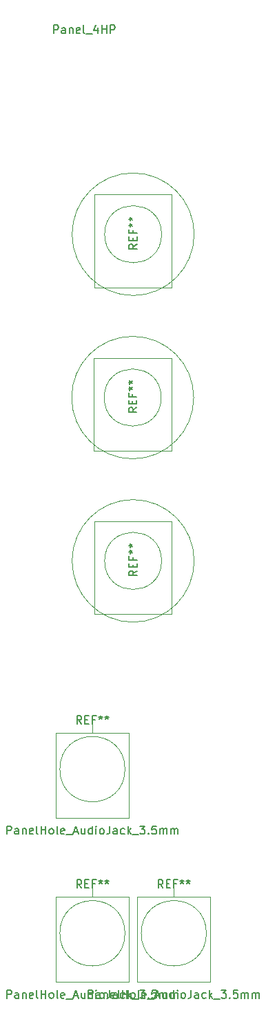
<source format=gbr>
%TF.GenerationSoftware,KiCad,Pcbnew,6.0.11+dfsg-1~bpo11+1*%
%TF.CreationDate,2023-04-14T10:24:36+08:00*%
%TF.ProjectId,MiniVerb - Front,4d696e69-5665-4726-9220-2d2046726f6e,rev?*%
%TF.SameCoordinates,Original*%
%TF.FileFunction,AssemblyDrawing,Top*%
%FSLAX46Y46*%
G04 Gerber Fmt 4.6, Leading zero omitted, Abs format (unit mm)*
G04 Created by KiCad (PCBNEW 6.0.11+dfsg-1~bpo11+1) date 2023-04-14 10:24:36*
%MOMM*%
%LPD*%
G01*
G04 APERTURE LIST*
%ADD10C,0.150000*%
%ADD11C,0.100000*%
%ADD12C,0.120000*%
G04 APERTURE END LIST*
D10*
%TO.C,REF\u002A\u002A*%
X132410971Y-36498313D02*
X132410971Y-35498313D01*
X132791924Y-35498313D01*
X132887162Y-35545933D01*
X132934781Y-35593552D01*
X132982400Y-35688790D01*
X132982400Y-35831647D01*
X132934781Y-35926885D01*
X132887162Y-35974504D01*
X132791924Y-36022123D01*
X132410971Y-36022123D01*
X133839543Y-36498313D02*
X133839543Y-35974504D01*
X133791924Y-35879266D01*
X133696686Y-35831647D01*
X133506209Y-35831647D01*
X133410971Y-35879266D01*
X133839543Y-36450694D02*
X133744305Y-36498313D01*
X133506209Y-36498313D01*
X133410971Y-36450694D01*
X133363352Y-36355456D01*
X133363352Y-36260218D01*
X133410971Y-36164980D01*
X133506209Y-36117361D01*
X133744305Y-36117361D01*
X133839543Y-36069742D01*
X134315733Y-35831647D02*
X134315733Y-36498313D01*
X134315733Y-35926885D02*
X134363352Y-35879266D01*
X134458590Y-35831647D01*
X134601447Y-35831647D01*
X134696686Y-35879266D01*
X134744305Y-35974504D01*
X134744305Y-36498313D01*
X135601447Y-36450694D02*
X135506209Y-36498313D01*
X135315733Y-36498313D01*
X135220495Y-36450694D01*
X135172876Y-36355456D01*
X135172876Y-35974504D01*
X135220495Y-35879266D01*
X135315733Y-35831647D01*
X135506209Y-35831647D01*
X135601447Y-35879266D01*
X135649067Y-35974504D01*
X135649067Y-36069742D01*
X135172876Y-36164980D01*
X136220495Y-36498313D02*
X136125257Y-36450694D01*
X136077638Y-36355456D01*
X136077638Y-35498313D01*
X136363352Y-36593552D02*
X137125257Y-36593552D01*
X137791924Y-35831647D02*
X137791924Y-36498313D01*
X137553828Y-35450694D02*
X137315733Y-36164980D01*
X137934781Y-36164980D01*
X138315733Y-36498313D02*
X138315733Y-35498313D01*
X138315733Y-35974504D02*
X138887162Y-35974504D01*
X138887162Y-36498313D02*
X138887162Y-35498313D01*
X139363352Y-36498313D02*
X139363352Y-35498313D01*
X139744305Y-35498313D01*
X139839543Y-35545933D01*
X139887162Y-35593552D01*
X139934781Y-35688790D01*
X139934781Y-35831647D01*
X139887162Y-35926885D01*
X139839543Y-35974504D01*
X139744305Y-36022123D01*
X139363352Y-36022123D01*
X135815733Y-121048313D02*
X135482400Y-120572123D01*
X135244305Y-121048313D02*
X135244305Y-120048313D01*
X135625257Y-120048313D01*
X135720495Y-120095933D01*
X135768114Y-120143552D01*
X135815733Y-120238790D01*
X135815733Y-120381647D01*
X135768114Y-120476885D01*
X135720495Y-120524504D01*
X135625257Y-120572123D01*
X135244305Y-120572123D01*
X136244305Y-120524504D02*
X136577638Y-120524504D01*
X136720495Y-121048313D02*
X136244305Y-121048313D01*
X136244305Y-120048313D01*
X136720495Y-120048313D01*
X137482400Y-120524504D02*
X137149067Y-120524504D01*
X137149067Y-121048313D02*
X137149067Y-120048313D01*
X137625257Y-120048313D01*
X138149067Y-120048313D02*
X138149067Y-120286409D01*
X137910971Y-120191171D02*
X138149067Y-120286409D01*
X138387162Y-120191171D01*
X138006209Y-120476885D02*
X138149067Y-120286409D01*
X138291924Y-120476885D01*
X138910971Y-120048313D02*
X138910971Y-120286409D01*
X138672876Y-120191171D02*
X138910971Y-120286409D01*
X139149067Y-120191171D01*
X138768114Y-120476885D02*
X138910971Y-120286409D01*
X139053828Y-120476885D01*
X126649067Y-134548313D02*
X126649067Y-133548313D01*
X127030019Y-133548313D01*
X127125257Y-133595933D01*
X127172876Y-133643552D01*
X127220495Y-133738790D01*
X127220495Y-133881647D01*
X127172876Y-133976885D01*
X127125257Y-134024504D01*
X127030019Y-134072123D01*
X126649067Y-134072123D01*
X128077638Y-134548313D02*
X128077638Y-134024504D01*
X128030019Y-133929266D01*
X127934781Y-133881647D01*
X127744305Y-133881647D01*
X127649067Y-133929266D01*
X128077638Y-134500694D02*
X127982400Y-134548313D01*
X127744305Y-134548313D01*
X127649067Y-134500694D01*
X127601447Y-134405456D01*
X127601447Y-134310218D01*
X127649067Y-134214980D01*
X127744305Y-134167361D01*
X127982400Y-134167361D01*
X128077638Y-134119742D01*
X128553828Y-133881647D02*
X128553828Y-134548313D01*
X128553828Y-133976885D02*
X128601447Y-133929266D01*
X128696686Y-133881647D01*
X128839543Y-133881647D01*
X128934781Y-133929266D01*
X128982400Y-134024504D01*
X128982400Y-134548313D01*
X129839543Y-134500694D02*
X129744305Y-134548313D01*
X129553828Y-134548313D01*
X129458590Y-134500694D01*
X129410971Y-134405456D01*
X129410971Y-134024504D01*
X129458590Y-133929266D01*
X129553828Y-133881647D01*
X129744305Y-133881647D01*
X129839543Y-133929266D01*
X129887162Y-134024504D01*
X129887162Y-134119742D01*
X129410971Y-134214980D01*
X130458590Y-134548313D02*
X130363352Y-134500694D01*
X130315733Y-134405456D01*
X130315733Y-133548313D01*
X130839543Y-134548313D02*
X130839543Y-133548313D01*
X130839543Y-134024504D02*
X131410971Y-134024504D01*
X131410971Y-134548313D02*
X131410971Y-133548313D01*
X132030019Y-134548313D02*
X131934781Y-134500694D01*
X131887162Y-134453075D01*
X131839543Y-134357837D01*
X131839543Y-134072123D01*
X131887162Y-133976885D01*
X131934781Y-133929266D01*
X132030019Y-133881647D01*
X132172876Y-133881647D01*
X132268114Y-133929266D01*
X132315733Y-133976885D01*
X132363352Y-134072123D01*
X132363352Y-134357837D01*
X132315733Y-134453075D01*
X132268114Y-134500694D01*
X132172876Y-134548313D01*
X132030019Y-134548313D01*
X132934781Y-134548313D02*
X132839543Y-134500694D01*
X132791924Y-134405456D01*
X132791924Y-133548313D01*
X133696686Y-134500694D02*
X133601447Y-134548313D01*
X133410971Y-134548313D01*
X133315733Y-134500694D01*
X133268114Y-134405456D01*
X133268114Y-134024504D01*
X133315733Y-133929266D01*
X133410971Y-133881647D01*
X133601447Y-133881647D01*
X133696686Y-133929266D01*
X133744305Y-134024504D01*
X133744305Y-134119742D01*
X133268114Y-134214980D01*
X133934781Y-134643552D02*
X134696686Y-134643552D01*
X134887162Y-134262599D02*
X135363352Y-134262599D01*
X134791924Y-134548313D02*
X135125257Y-133548313D01*
X135458590Y-134548313D01*
X136220495Y-133881647D02*
X136220495Y-134548313D01*
X135791924Y-133881647D02*
X135791924Y-134405456D01*
X135839543Y-134500694D01*
X135934781Y-134548313D01*
X136077638Y-134548313D01*
X136172876Y-134500694D01*
X136220495Y-134453075D01*
X137125257Y-134548313D02*
X137125257Y-133548313D01*
X137125257Y-134500694D02*
X137030019Y-134548313D01*
X136839543Y-134548313D01*
X136744305Y-134500694D01*
X136696686Y-134453075D01*
X136649067Y-134357837D01*
X136649067Y-134072123D01*
X136696686Y-133976885D01*
X136744305Y-133929266D01*
X136839543Y-133881647D01*
X137030019Y-133881647D01*
X137125257Y-133929266D01*
X137601447Y-134548313D02*
X137601447Y-133881647D01*
X137601447Y-133548313D02*
X137553828Y-133595933D01*
X137601447Y-133643552D01*
X137649067Y-133595933D01*
X137601447Y-133548313D01*
X137601447Y-133643552D01*
X138220495Y-134548313D02*
X138125257Y-134500694D01*
X138077638Y-134453075D01*
X138030019Y-134357837D01*
X138030019Y-134072123D01*
X138077638Y-133976885D01*
X138125257Y-133929266D01*
X138220495Y-133881647D01*
X138363352Y-133881647D01*
X138458590Y-133929266D01*
X138506209Y-133976885D01*
X138553828Y-134072123D01*
X138553828Y-134357837D01*
X138506209Y-134453075D01*
X138458590Y-134500694D01*
X138363352Y-134548313D01*
X138220495Y-134548313D01*
X139268114Y-133548313D02*
X139268114Y-134262599D01*
X139220495Y-134405456D01*
X139125257Y-134500694D01*
X138982400Y-134548313D01*
X138887162Y-134548313D01*
X140172876Y-134548313D02*
X140172876Y-134024504D01*
X140125257Y-133929266D01*
X140030019Y-133881647D01*
X139839543Y-133881647D01*
X139744305Y-133929266D01*
X140172876Y-134500694D02*
X140077638Y-134548313D01*
X139839543Y-134548313D01*
X139744305Y-134500694D01*
X139696686Y-134405456D01*
X139696686Y-134310218D01*
X139744305Y-134214980D01*
X139839543Y-134167361D01*
X140077638Y-134167361D01*
X140172876Y-134119742D01*
X141077638Y-134500694D02*
X140982400Y-134548313D01*
X140791924Y-134548313D01*
X140696686Y-134500694D01*
X140649067Y-134453075D01*
X140601447Y-134357837D01*
X140601447Y-134072123D01*
X140649067Y-133976885D01*
X140696686Y-133929266D01*
X140791924Y-133881647D01*
X140982400Y-133881647D01*
X141077638Y-133929266D01*
X141506209Y-134548313D02*
X141506209Y-133548313D01*
X141601447Y-134167361D02*
X141887162Y-134548313D01*
X141887162Y-133881647D02*
X141506209Y-134262599D01*
X142077638Y-134643552D02*
X142839543Y-134643552D01*
X142982400Y-133548313D02*
X143601447Y-133548313D01*
X143268114Y-133929266D01*
X143410971Y-133929266D01*
X143506209Y-133976885D01*
X143553828Y-134024504D01*
X143601447Y-134119742D01*
X143601447Y-134357837D01*
X143553828Y-134453075D01*
X143506209Y-134500694D01*
X143410971Y-134548313D01*
X143125257Y-134548313D01*
X143030019Y-134500694D01*
X142982400Y-134453075D01*
X144030019Y-134453075D02*
X144077638Y-134500694D01*
X144030019Y-134548313D01*
X143982400Y-134500694D01*
X144030019Y-134453075D01*
X144030019Y-134548313D01*
X144982400Y-133548313D02*
X144506209Y-133548313D01*
X144458590Y-134024504D01*
X144506209Y-133976885D01*
X144601447Y-133929266D01*
X144839543Y-133929266D01*
X144934781Y-133976885D01*
X144982400Y-134024504D01*
X145030019Y-134119742D01*
X145030019Y-134357837D01*
X144982400Y-134453075D01*
X144934781Y-134500694D01*
X144839543Y-134548313D01*
X144601447Y-134548313D01*
X144506209Y-134500694D01*
X144458590Y-134453075D01*
X145458590Y-134548313D02*
X145458590Y-133881647D01*
X145458590Y-133976885D02*
X145506209Y-133929266D01*
X145601447Y-133881647D01*
X145744305Y-133881647D01*
X145839543Y-133929266D01*
X145887162Y-134024504D01*
X145887162Y-134548313D01*
X145887162Y-134024504D02*
X145934781Y-133929266D01*
X146030019Y-133881647D01*
X146172876Y-133881647D01*
X146268114Y-133929266D01*
X146315733Y-134024504D01*
X146315733Y-134548313D01*
X146791924Y-134548313D02*
X146791924Y-133881647D01*
X146791924Y-133976885D02*
X146839543Y-133929266D01*
X146934781Y-133881647D01*
X147077638Y-133881647D01*
X147172876Y-133929266D01*
X147220495Y-134024504D01*
X147220495Y-134548313D01*
X147220495Y-134024504D02*
X147268114Y-133929266D01*
X147363352Y-133881647D01*
X147506209Y-133881647D01*
X147601447Y-133929266D01*
X147649067Y-134024504D01*
X147649067Y-134548313D01*
X142641447Y-62309266D02*
X142165257Y-62642599D01*
X142641447Y-62880694D02*
X141641447Y-62880694D01*
X141641447Y-62499742D01*
X141689067Y-62404504D01*
X141736686Y-62356885D01*
X141831924Y-62309266D01*
X141974781Y-62309266D01*
X142070019Y-62356885D01*
X142117638Y-62404504D01*
X142165257Y-62499742D01*
X142165257Y-62880694D01*
X142117638Y-61880694D02*
X142117638Y-61547361D01*
X142641447Y-61404504D02*
X142641447Y-61880694D01*
X141641447Y-61880694D01*
X141641447Y-61404504D01*
X142117638Y-60642599D02*
X142117638Y-60975933D01*
X142641447Y-60975933D02*
X141641447Y-60975933D01*
X141641447Y-60499742D01*
X141641447Y-59975933D02*
X141879543Y-59975933D01*
X141784305Y-60214028D02*
X141879543Y-59975933D01*
X141784305Y-59737837D01*
X142070019Y-60118790D02*
X141879543Y-59975933D01*
X142070019Y-59833075D01*
X141641447Y-59214028D02*
X141879543Y-59214028D01*
X141784305Y-59452123D02*
X141879543Y-59214028D01*
X141784305Y-58975933D01*
X142070019Y-59356885D02*
X141879543Y-59214028D01*
X142070019Y-59071171D01*
X142641447Y-102309266D02*
X142165257Y-102642599D01*
X142641447Y-102880694D02*
X141641447Y-102880694D01*
X141641447Y-102499742D01*
X141689067Y-102404504D01*
X141736686Y-102356885D01*
X141831924Y-102309266D01*
X141974781Y-102309266D01*
X142070019Y-102356885D01*
X142117638Y-102404504D01*
X142165257Y-102499742D01*
X142165257Y-102880694D01*
X142117638Y-101880694D02*
X142117638Y-101547361D01*
X142641447Y-101404504D02*
X142641447Y-101880694D01*
X141641447Y-101880694D01*
X141641447Y-101404504D01*
X142117638Y-100642599D02*
X142117638Y-100975933D01*
X142641447Y-100975933D02*
X141641447Y-100975933D01*
X141641447Y-100499742D01*
X141641447Y-99975933D02*
X141879543Y-99975933D01*
X141784305Y-100214028D02*
X141879543Y-99975933D01*
X141784305Y-99737837D01*
X142070019Y-100118790D02*
X141879543Y-99975933D01*
X142070019Y-99833075D01*
X141641447Y-99214028D02*
X141879543Y-99214028D01*
X141784305Y-99452123D02*
X141879543Y-99214028D01*
X141784305Y-98975933D01*
X142070019Y-99356885D02*
X141879543Y-99214028D01*
X142070019Y-99071171D01*
X145815733Y-141148313D02*
X145482400Y-140672123D01*
X145244305Y-141148313D02*
X145244305Y-140148313D01*
X145625257Y-140148313D01*
X145720495Y-140195933D01*
X145768114Y-140243552D01*
X145815733Y-140338790D01*
X145815733Y-140481647D01*
X145768114Y-140576885D01*
X145720495Y-140624504D01*
X145625257Y-140672123D01*
X145244305Y-140672123D01*
X146244305Y-140624504D02*
X146577638Y-140624504D01*
X146720495Y-141148313D02*
X146244305Y-141148313D01*
X146244305Y-140148313D01*
X146720495Y-140148313D01*
X147482400Y-140624504D02*
X147149067Y-140624504D01*
X147149067Y-141148313D02*
X147149067Y-140148313D01*
X147625257Y-140148313D01*
X148149067Y-140148313D02*
X148149067Y-140386409D01*
X147910971Y-140291171D02*
X148149067Y-140386409D01*
X148387162Y-140291171D01*
X148006209Y-140576885D02*
X148149067Y-140386409D01*
X148291924Y-140576885D01*
X148910971Y-140148313D02*
X148910971Y-140386409D01*
X148672876Y-140291171D02*
X148910971Y-140386409D01*
X149149067Y-140291171D01*
X148768114Y-140576885D02*
X148910971Y-140386409D01*
X149053828Y-140576885D01*
X136649067Y-154648313D02*
X136649067Y-153648313D01*
X137030019Y-153648313D01*
X137125257Y-153695933D01*
X137172876Y-153743552D01*
X137220495Y-153838790D01*
X137220495Y-153981647D01*
X137172876Y-154076885D01*
X137125257Y-154124504D01*
X137030019Y-154172123D01*
X136649067Y-154172123D01*
X138077638Y-154648313D02*
X138077638Y-154124504D01*
X138030019Y-154029266D01*
X137934781Y-153981647D01*
X137744305Y-153981647D01*
X137649067Y-154029266D01*
X138077638Y-154600694D02*
X137982400Y-154648313D01*
X137744305Y-154648313D01*
X137649067Y-154600694D01*
X137601447Y-154505456D01*
X137601447Y-154410218D01*
X137649067Y-154314980D01*
X137744305Y-154267361D01*
X137982400Y-154267361D01*
X138077638Y-154219742D01*
X138553828Y-153981647D02*
X138553828Y-154648313D01*
X138553828Y-154076885D02*
X138601447Y-154029266D01*
X138696686Y-153981647D01*
X138839543Y-153981647D01*
X138934781Y-154029266D01*
X138982400Y-154124504D01*
X138982400Y-154648313D01*
X139839543Y-154600694D02*
X139744305Y-154648313D01*
X139553828Y-154648313D01*
X139458590Y-154600694D01*
X139410971Y-154505456D01*
X139410971Y-154124504D01*
X139458590Y-154029266D01*
X139553828Y-153981647D01*
X139744305Y-153981647D01*
X139839543Y-154029266D01*
X139887162Y-154124504D01*
X139887162Y-154219742D01*
X139410971Y-154314980D01*
X140458590Y-154648313D02*
X140363352Y-154600694D01*
X140315733Y-154505456D01*
X140315733Y-153648313D01*
X140839543Y-154648313D02*
X140839543Y-153648313D01*
X140839543Y-154124504D02*
X141410971Y-154124504D01*
X141410971Y-154648313D02*
X141410971Y-153648313D01*
X142030019Y-154648313D02*
X141934781Y-154600694D01*
X141887162Y-154553075D01*
X141839543Y-154457837D01*
X141839543Y-154172123D01*
X141887162Y-154076885D01*
X141934781Y-154029266D01*
X142030019Y-153981647D01*
X142172876Y-153981647D01*
X142268114Y-154029266D01*
X142315733Y-154076885D01*
X142363352Y-154172123D01*
X142363352Y-154457837D01*
X142315733Y-154553075D01*
X142268114Y-154600694D01*
X142172876Y-154648313D01*
X142030019Y-154648313D01*
X142934781Y-154648313D02*
X142839543Y-154600694D01*
X142791924Y-154505456D01*
X142791924Y-153648313D01*
X143696686Y-154600694D02*
X143601447Y-154648313D01*
X143410971Y-154648313D01*
X143315733Y-154600694D01*
X143268114Y-154505456D01*
X143268114Y-154124504D01*
X143315733Y-154029266D01*
X143410971Y-153981647D01*
X143601447Y-153981647D01*
X143696686Y-154029266D01*
X143744305Y-154124504D01*
X143744305Y-154219742D01*
X143268114Y-154314980D01*
X143934781Y-154743552D02*
X144696686Y-154743552D01*
X144887162Y-154362599D02*
X145363352Y-154362599D01*
X144791924Y-154648313D02*
X145125257Y-153648313D01*
X145458590Y-154648313D01*
X146220495Y-153981647D02*
X146220495Y-154648313D01*
X145791924Y-153981647D02*
X145791924Y-154505456D01*
X145839543Y-154600694D01*
X145934781Y-154648313D01*
X146077638Y-154648313D01*
X146172876Y-154600694D01*
X146220495Y-154553075D01*
X147125257Y-154648313D02*
X147125257Y-153648313D01*
X147125257Y-154600694D02*
X147030019Y-154648313D01*
X146839543Y-154648313D01*
X146744305Y-154600694D01*
X146696686Y-154553075D01*
X146649067Y-154457837D01*
X146649067Y-154172123D01*
X146696686Y-154076885D01*
X146744305Y-154029266D01*
X146839543Y-153981647D01*
X147030019Y-153981647D01*
X147125257Y-154029266D01*
X147601447Y-154648313D02*
X147601447Y-153981647D01*
X147601447Y-153648313D02*
X147553828Y-153695933D01*
X147601447Y-153743552D01*
X147649067Y-153695933D01*
X147601447Y-153648313D01*
X147601447Y-153743552D01*
X148220495Y-154648313D02*
X148125257Y-154600694D01*
X148077638Y-154553075D01*
X148030019Y-154457837D01*
X148030019Y-154172123D01*
X148077638Y-154076885D01*
X148125257Y-154029266D01*
X148220495Y-153981647D01*
X148363352Y-153981647D01*
X148458590Y-154029266D01*
X148506209Y-154076885D01*
X148553828Y-154172123D01*
X148553828Y-154457837D01*
X148506209Y-154553075D01*
X148458590Y-154600694D01*
X148363352Y-154648313D01*
X148220495Y-154648313D01*
X149268114Y-153648313D02*
X149268114Y-154362599D01*
X149220495Y-154505456D01*
X149125257Y-154600694D01*
X148982400Y-154648313D01*
X148887162Y-154648313D01*
X150172876Y-154648313D02*
X150172876Y-154124504D01*
X150125257Y-154029266D01*
X150030019Y-153981647D01*
X149839543Y-153981647D01*
X149744305Y-154029266D01*
X150172876Y-154600694D02*
X150077638Y-154648313D01*
X149839543Y-154648313D01*
X149744305Y-154600694D01*
X149696686Y-154505456D01*
X149696686Y-154410218D01*
X149744305Y-154314980D01*
X149839543Y-154267361D01*
X150077638Y-154267361D01*
X150172876Y-154219742D01*
X151077638Y-154600694D02*
X150982400Y-154648313D01*
X150791924Y-154648313D01*
X150696686Y-154600694D01*
X150649067Y-154553075D01*
X150601447Y-154457837D01*
X150601447Y-154172123D01*
X150649067Y-154076885D01*
X150696686Y-154029266D01*
X150791924Y-153981647D01*
X150982400Y-153981647D01*
X151077638Y-154029266D01*
X151506209Y-154648313D02*
X151506209Y-153648313D01*
X151601447Y-154267361D02*
X151887162Y-154648313D01*
X151887162Y-153981647D02*
X151506209Y-154362599D01*
X152077638Y-154743552D02*
X152839543Y-154743552D01*
X152982400Y-153648313D02*
X153601447Y-153648313D01*
X153268114Y-154029266D01*
X153410971Y-154029266D01*
X153506209Y-154076885D01*
X153553828Y-154124504D01*
X153601447Y-154219742D01*
X153601447Y-154457837D01*
X153553828Y-154553075D01*
X153506209Y-154600694D01*
X153410971Y-154648313D01*
X153125257Y-154648313D01*
X153030019Y-154600694D01*
X152982400Y-154553075D01*
X154030019Y-154553075D02*
X154077638Y-154600694D01*
X154030019Y-154648313D01*
X153982400Y-154600694D01*
X154030019Y-154553075D01*
X154030019Y-154648313D01*
X154982400Y-153648313D02*
X154506209Y-153648313D01*
X154458590Y-154124504D01*
X154506209Y-154076885D01*
X154601447Y-154029266D01*
X154839543Y-154029266D01*
X154934781Y-154076885D01*
X154982400Y-154124504D01*
X155030019Y-154219742D01*
X155030019Y-154457837D01*
X154982400Y-154553075D01*
X154934781Y-154600694D01*
X154839543Y-154648313D01*
X154601447Y-154648313D01*
X154506209Y-154600694D01*
X154458590Y-154553075D01*
X155458590Y-154648313D02*
X155458590Y-153981647D01*
X155458590Y-154076885D02*
X155506209Y-154029266D01*
X155601447Y-153981647D01*
X155744305Y-153981647D01*
X155839543Y-154029266D01*
X155887162Y-154124504D01*
X155887162Y-154648313D01*
X155887162Y-154124504D02*
X155934781Y-154029266D01*
X156030019Y-153981647D01*
X156172876Y-153981647D01*
X156268114Y-154029266D01*
X156315733Y-154124504D01*
X156315733Y-154648313D01*
X156791924Y-154648313D02*
X156791924Y-153981647D01*
X156791924Y-154076885D02*
X156839543Y-154029266D01*
X156934781Y-153981647D01*
X157077638Y-153981647D01*
X157172876Y-154029266D01*
X157220495Y-154124504D01*
X157220495Y-154648313D01*
X157220495Y-154124504D02*
X157268114Y-154029266D01*
X157363352Y-153981647D01*
X157506209Y-153981647D01*
X157601447Y-154029266D01*
X157649067Y-154124504D01*
X157649067Y-154648313D01*
X135815733Y-141148313D02*
X135482400Y-140672123D01*
X135244305Y-141148313D02*
X135244305Y-140148313D01*
X135625257Y-140148313D01*
X135720495Y-140195933D01*
X135768114Y-140243552D01*
X135815733Y-140338790D01*
X135815733Y-140481647D01*
X135768114Y-140576885D01*
X135720495Y-140624504D01*
X135625257Y-140672123D01*
X135244305Y-140672123D01*
X136244305Y-140624504D02*
X136577638Y-140624504D01*
X136720495Y-141148313D02*
X136244305Y-141148313D01*
X136244305Y-140148313D01*
X136720495Y-140148313D01*
X137482400Y-140624504D02*
X137149067Y-140624504D01*
X137149067Y-141148313D02*
X137149067Y-140148313D01*
X137625257Y-140148313D01*
X138149067Y-140148313D02*
X138149067Y-140386409D01*
X137910971Y-140291171D02*
X138149067Y-140386409D01*
X138387162Y-140291171D01*
X138006209Y-140576885D02*
X138149067Y-140386409D01*
X138291924Y-140576885D01*
X138910971Y-140148313D02*
X138910971Y-140386409D01*
X138672876Y-140291171D02*
X138910971Y-140386409D01*
X139149067Y-140291171D01*
X138768114Y-140576885D02*
X138910971Y-140386409D01*
X139053828Y-140576885D01*
X126649067Y-154648313D02*
X126649067Y-153648313D01*
X127030019Y-153648313D01*
X127125257Y-153695933D01*
X127172876Y-153743552D01*
X127220495Y-153838790D01*
X127220495Y-153981647D01*
X127172876Y-154076885D01*
X127125257Y-154124504D01*
X127030019Y-154172123D01*
X126649067Y-154172123D01*
X128077638Y-154648313D02*
X128077638Y-154124504D01*
X128030019Y-154029266D01*
X127934781Y-153981647D01*
X127744305Y-153981647D01*
X127649067Y-154029266D01*
X128077638Y-154600694D02*
X127982400Y-154648313D01*
X127744305Y-154648313D01*
X127649067Y-154600694D01*
X127601447Y-154505456D01*
X127601447Y-154410218D01*
X127649067Y-154314980D01*
X127744305Y-154267361D01*
X127982400Y-154267361D01*
X128077638Y-154219742D01*
X128553828Y-153981647D02*
X128553828Y-154648313D01*
X128553828Y-154076885D02*
X128601447Y-154029266D01*
X128696686Y-153981647D01*
X128839543Y-153981647D01*
X128934781Y-154029266D01*
X128982400Y-154124504D01*
X128982400Y-154648313D01*
X129839543Y-154600694D02*
X129744305Y-154648313D01*
X129553828Y-154648313D01*
X129458590Y-154600694D01*
X129410971Y-154505456D01*
X129410971Y-154124504D01*
X129458590Y-154029266D01*
X129553828Y-153981647D01*
X129744305Y-153981647D01*
X129839543Y-154029266D01*
X129887162Y-154124504D01*
X129887162Y-154219742D01*
X129410971Y-154314980D01*
X130458590Y-154648313D02*
X130363352Y-154600694D01*
X130315733Y-154505456D01*
X130315733Y-153648313D01*
X130839543Y-154648313D02*
X130839543Y-153648313D01*
X130839543Y-154124504D02*
X131410971Y-154124504D01*
X131410971Y-154648313D02*
X131410971Y-153648313D01*
X132030019Y-154648313D02*
X131934781Y-154600694D01*
X131887162Y-154553075D01*
X131839543Y-154457837D01*
X131839543Y-154172123D01*
X131887162Y-154076885D01*
X131934781Y-154029266D01*
X132030019Y-153981647D01*
X132172876Y-153981647D01*
X132268114Y-154029266D01*
X132315733Y-154076885D01*
X132363352Y-154172123D01*
X132363352Y-154457837D01*
X132315733Y-154553075D01*
X132268114Y-154600694D01*
X132172876Y-154648313D01*
X132030019Y-154648313D01*
X132934781Y-154648313D02*
X132839543Y-154600694D01*
X132791924Y-154505456D01*
X132791924Y-153648313D01*
X133696686Y-154600694D02*
X133601447Y-154648313D01*
X133410971Y-154648313D01*
X133315733Y-154600694D01*
X133268114Y-154505456D01*
X133268114Y-154124504D01*
X133315733Y-154029266D01*
X133410971Y-153981647D01*
X133601447Y-153981647D01*
X133696686Y-154029266D01*
X133744305Y-154124504D01*
X133744305Y-154219742D01*
X133268114Y-154314980D01*
X133934781Y-154743552D02*
X134696686Y-154743552D01*
X134887162Y-154362599D02*
X135363352Y-154362599D01*
X134791924Y-154648313D02*
X135125257Y-153648313D01*
X135458590Y-154648313D01*
X136220495Y-153981647D02*
X136220495Y-154648313D01*
X135791924Y-153981647D02*
X135791924Y-154505456D01*
X135839543Y-154600694D01*
X135934781Y-154648313D01*
X136077638Y-154648313D01*
X136172876Y-154600694D01*
X136220495Y-154553075D01*
X137125257Y-154648313D02*
X137125257Y-153648313D01*
X137125257Y-154600694D02*
X137030019Y-154648313D01*
X136839543Y-154648313D01*
X136744305Y-154600694D01*
X136696686Y-154553075D01*
X136649067Y-154457837D01*
X136649067Y-154172123D01*
X136696686Y-154076885D01*
X136744305Y-154029266D01*
X136839543Y-153981647D01*
X137030019Y-153981647D01*
X137125257Y-154029266D01*
X137601447Y-154648313D02*
X137601447Y-153981647D01*
X137601447Y-153648313D02*
X137553828Y-153695933D01*
X137601447Y-153743552D01*
X137649067Y-153695933D01*
X137601447Y-153648313D01*
X137601447Y-153743552D01*
X138220495Y-154648313D02*
X138125257Y-154600694D01*
X138077638Y-154553075D01*
X138030019Y-154457837D01*
X138030019Y-154172123D01*
X138077638Y-154076885D01*
X138125257Y-154029266D01*
X138220495Y-153981647D01*
X138363352Y-153981647D01*
X138458590Y-154029266D01*
X138506209Y-154076885D01*
X138553828Y-154172123D01*
X138553828Y-154457837D01*
X138506209Y-154553075D01*
X138458590Y-154600694D01*
X138363352Y-154648313D01*
X138220495Y-154648313D01*
X139268114Y-153648313D02*
X139268114Y-154362599D01*
X139220495Y-154505456D01*
X139125257Y-154600694D01*
X138982400Y-154648313D01*
X138887162Y-154648313D01*
X140172876Y-154648313D02*
X140172876Y-154124504D01*
X140125257Y-154029266D01*
X140030019Y-153981647D01*
X139839543Y-153981647D01*
X139744305Y-154029266D01*
X140172876Y-154600694D02*
X140077638Y-154648313D01*
X139839543Y-154648313D01*
X139744305Y-154600694D01*
X139696686Y-154505456D01*
X139696686Y-154410218D01*
X139744305Y-154314980D01*
X139839543Y-154267361D01*
X140077638Y-154267361D01*
X140172876Y-154219742D01*
X141077638Y-154600694D02*
X140982400Y-154648313D01*
X140791924Y-154648313D01*
X140696686Y-154600694D01*
X140649067Y-154553075D01*
X140601447Y-154457837D01*
X140601447Y-154172123D01*
X140649067Y-154076885D01*
X140696686Y-154029266D01*
X140791924Y-153981647D01*
X140982400Y-153981647D01*
X141077638Y-154029266D01*
X141506209Y-154648313D02*
X141506209Y-153648313D01*
X141601447Y-154267361D02*
X141887162Y-154648313D01*
X141887162Y-153981647D02*
X141506209Y-154362599D01*
X142077638Y-154743552D02*
X142839543Y-154743552D01*
X142982400Y-153648313D02*
X143601447Y-153648313D01*
X143268114Y-154029266D01*
X143410971Y-154029266D01*
X143506209Y-154076885D01*
X143553828Y-154124504D01*
X143601447Y-154219742D01*
X143601447Y-154457837D01*
X143553828Y-154553075D01*
X143506209Y-154600694D01*
X143410971Y-154648313D01*
X143125257Y-154648313D01*
X143030019Y-154600694D01*
X142982400Y-154553075D01*
X144030019Y-154553075D02*
X144077638Y-154600694D01*
X144030019Y-154648313D01*
X143982400Y-154600694D01*
X144030019Y-154553075D01*
X144030019Y-154648313D01*
X144982400Y-153648313D02*
X144506209Y-153648313D01*
X144458590Y-154124504D01*
X144506209Y-154076885D01*
X144601447Y-154029266D01*
X144839543Y-154029266D01*
X144934781Y-154076885D01*
X144982400Y-154124504D01*
X145030019Y-154219742D01*
X145030019Y-154457837D01*
X144982400Y-154553075D01*
X144934781Y-154600694D01*
X144839543Y-154648313D01*
X144601447Y-154648313D01*
X144506209Y-154600694D01*
X144458590Y-154553075D01*
X145458590Y-154648313D02*
X145458590Y-153981647D01*
X145458590Y-154076885D02*
X145506209Y-154029266D01*
X145601447Y-153981647D01*
X145744305Y-153981647D01*
X145839543Y-154029266D01*
X145887162Y-154124504D01*
X145887162Y-154648313D01*
X145887162Y-154124504D02*
X145934781Y-154029266D01*
X146030019Y-153981647D01*
X146172876Y-153981647D01*
X146268114Y-154029266D01*
X146315733Y-154124504D01*
X146315733Y-154648313D01*
X146791924Y-154648313D02*
X146791924Y-153981647D01*
X146791924Y-154076885D02*
X146839543Y-154029266D01*
X146934781Y-153981647D01*
X147077638Y-153981647D01*
X147172876Y-154029266D01*
X147220495Y-154124504D01*
X147220495Y-154648313D01*
X147220495Y-154124504D02*
X147268114Y-154029266D01*
X147363352Y-153981647D01*
X147506209Y-153981647D01*
X147601447Y-154029266D01*
X147649067Y-154124504D01*
X147649067Y-154648313D01*
X142591447Y-82309266D02*
X142115257Y-82642599D01*
X142591447Y-82880694D02*
X141591447Y-82880694D01*
X141591447Y-82499742D01*
X141639067Y-82404504D01*
X141686686Y-82356885D01*
X141781924Y-82309266D01*
X141924781Y-82309266D01*
X142020019Y-82356885D01*
X142067638Y-82404504D01*
X142115257Y-82499742D01*
X142115257Y-82880694D01*
X142067638Y-81880694D02*
X142067638Y-81547361D01*
X142591447Y-81404504D02*
X142591447Y-81880694D01*
X141591447Y-81880694D01*
X141591447Y-81404504D01*
X142067638Y-80642599D02*
X142067638Y-80975933D01*
X142591447Y-80975933D02*
X141591447Y-80975933D01*
X141591447Y-80499742D01*
X141591447Y-79975933D02*
X141829543Y-79975933D01*
X141734305Y-80214028D02*
X141829543Y-79975933D01*
X141734305Y-79737837D01*
X142020019Y-80118790D02*
X141829543Y-79975933D01*
X142020019Y-79833075D01*
X141591447Y-79214028D02*
X141829543Y-79214028D01*
X141734305Y-79452123D02*
X141829543Y-79214028D01*
X141734305Y-78975933D01*
X142020019Y-79356885D02*
X141829543Y-79214028D01*
X142020019Y-79071171D01*
D11*
X132649067Y-132575933D02*
X132649067Y-122175933D01*
X137149067Y-120095933D02*
X137149067Y-122125933D01*
X141649067Y-132575933D02*
X141649067Y-122175933D01*
X141649067Y-132575933D02*
X132649067Y-132575933D01*
X141649067Y-122125933D02*
X132649067Y-122125933D01*
D12*
X141149067Y-126595933D02*
G75*
G03*
X141149067Y-126595933I-4000000J0D01*
G01*
D11*
X146899067Y-56245933D02*
X137399067Y-56245933D01*
X146899067Y-67595933D02*
X137399067Y-67595933D01*
X146899067Y-67595933D02*
X146899067Y-56245933D01*
X137399067Y-67595933D02*
X137399067Y-56245933D01*
D12*
X149649067Y-61095933D02*
G75*
G03*
X149649067Y-61095933I-7500000J0D01*
G01*
D11*
X145649067Y-61095933D02*
G75*
G03*
X145649067Y-61095933I-3500000J0D01*
G01*
X146899067Y-107595933D02*
X137399067Y-107595933D01*
X137399067Y-107595933D02*
X137399067Y-96245933D01*
X146899067Y-107595933D02*
X146899067Y-96245933D01*
X146899067Y-96245933D02*
X137399067Y-96245933D01*
D12*
X149649067Y-101095933D02*
G75*
G03*
X149649067Y-101095933I-7500000J0D01*
G01*
D11*
X145649067Y-101095933D02*
G75*
G03*
X145649067Y-101095933I-3500000J0D01*
G01*
X151649067Y-152675933D02*
X142649067Y-152675933D01*
X147149067Y-140195933D02*
X147149067Y-142225933D01*
X151649067Y-142225933D02*
X142649067Y-142225933D01*
X142649067Y-152675933D02*
X142649067Y-142275933D01*
X151649067Y-152675933D02*
X151649067Y-142275933D01*
D12*
X151149067Y-146695933D02*
G75*
G03*
X151149067Y-146695933I-4000000J0D01*
G01*
D11*
X132649067Y-152675933D02*
X132649067Y-142275933D01*
X141649067Y-152675933D02*
X132649067Y-152675933D01*
X141649067Y-142225933D02*
X132649067Y-142225933D01*
X141649067Y-152675933D02*
X141649067Y-142275933D01*
X137149067Y-140195933D02*
X137149067Y-142225933D01*
D12*
X141149067Y-146695933D02*
G75*
G03*
X141149067Y-146695933I-4000000J0D01*
G01*
D11*
X146849067Y-87595933D02*
X146849067Y-76245933D01*
X146849067Y-87595933D02*
X137349067Y-87595933D01*
X146849067Y-76245933D02*
X137349067Y-76245933D01*
X137349067Y-87595933D02*
X137349067Y-76245933D01*
D12*
X149599067Y-81095933D02*
G75*
G03*
X149599067Y-81095933I-7500000J0D01*
G01*
D11*
X145599067Y-81095933D02*
G75*
G03*
X145599067Y-81095933I-3500000J0D01*
G01*
%TD*%
M02*

</source>
